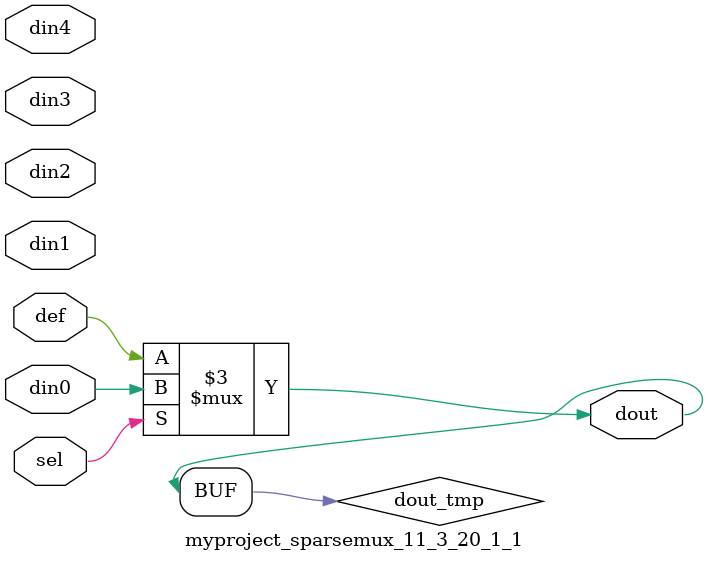
<source format=v>
`timescale 1ns / 1ps

module myproject_sparsemux_11_3_20_1_1 (din0,din1,din2,din3,din4,def,sel,dout);

parameter din0_WIDTH = 1;

parameter din1_WIDTH = 1;

parameter din2_WIDTH = 1;

parameter din3_WIDTH = 1;

parameter din4_WIDTH = 1;

parameter def_WIDTH = 1;
parameter sel_WIDTH = 1;
parameter dout_WIDTH = 1;

parameter [sel_WIDTH-1:0] CASE0 = 1;

parameter [sel_WIDTH-1:0] CASE1 = 1;

parameter [sel_WIDTH-1:0] CASE2 = 1;

parameter [sel_WIDTH-1:0] CASE3 = 1;

parameter [sel_WIDTH-1:0] CASE4 = 1;

parameter ID = 1;
parameter NUM_STAGE = 1;



input [din0_WIDTH-1:0] din0;

input [din1_WIDTH-1:0] din1;

input [din2_WIDTH-1:0] din2;

input [din3_WIDTH-1:0] din3;

input [din4_WIDTH-1:0] din4;

input [def_WIDTH-1:0] def;
input [sel_WIDTH-1:0] sel;

output [dout_WIDTH-1:0] dout;



reg [dout_WIDTH-1:0] dout_tmp;


always @ (*) begin
(* parallel_case *) case (sel)
    
    CASE0 : dout_tmp = din0;
    
    CASE1 : dout_tmp = din1;
    
    CASE2 : dout_tmp = din2;
    
    CASE3 : dout_tmp = din3;
    
    CASE4 : dout_tmp = din4;
    
    default : dout_tmp = def;
endcase
end


assign dout = dout_tmp;



endmodule

</source>
